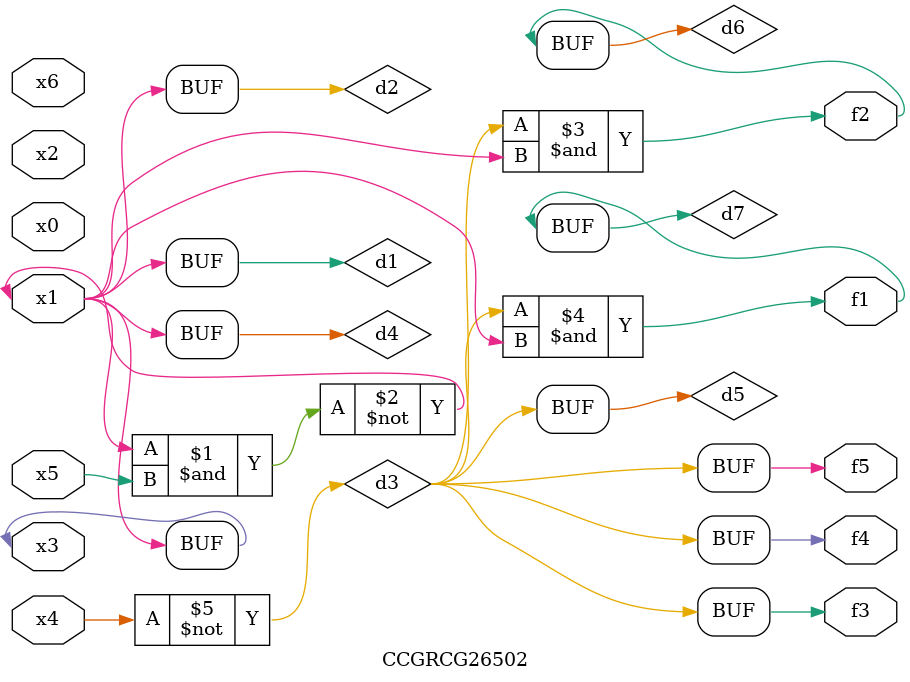
<source format=v>
module CCGRCG26502(
	input x0, x1, x2, x3, x4, x5, x6,
	output f1, f2, f3, f4, f5
);

	wire d1, d2, d3, d4, d5, d6, d7;

	buf (d1, x1, x3);
	nand (d2, x1, x5);
	not (d3, x4);
	buf (d4, d1, d2);
	buf (d5, d3);
	and (d6, d3, d4);
	and (d7, d3, d4);
	assign f1 = d7;
	assign f2 = d6;
	assign f3 = d5;
	assign f4 = d5;
	assign f5 = d5;
endmodule

</source>
